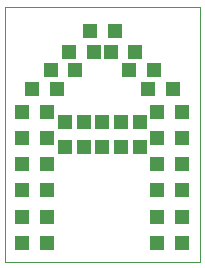
<source format=gtp>
G75*
%MOIN*%
%OFA0B0*%
%FSLAX24Y24*%
%IPPOS*%
%LPD*%
%AMOC8*
5,1,8,0,0,1.08239X$1,22.5*
%
%ADD10C,0.0000*%
%ADD11R,0.0472X0.0472*%
D10*
X002392Y002517D02*
X002392Y011017D01*
X008892Y011017D01*
X008892Y002517D01*
X002392Y002517D01*
D11*
X002978Y003142D03*
X003805Y003142D03*
X003805Y004017D03*
X002978Y004017D03*
X002978Y004892D03*
X003805Y004892D03*
X003805Y005767D03*
X004392Y006353D03*
X005017Y006353D03*
X005642Y006353D03*
X006267Y006353D03*
X006892Y006353D03*
X007478Y006642D03*
X006892Y007180D03*
X007478Y007517D03*
X007166Y008267D03*
X007368Y008892D03*
X007993Y008267D03*
X008305Y007517D03*
X008305Y006642D03*
X008305Y005767D03*
X008305Y004892D03*
X007478Y004892D03*
X007478Y005767D03*
X006267Y007180D03*
X005642Y007180D03*
X005017Y007180D03*
X004392Y007180D03*
X003805Y007517D03*
X004118Y008267D03*
X003916Y008892D03*
X004541Y009517D03*
X004743Y008892D03*
X005368Y009517D03*
X005916Y009517D03*
X006055Y010204D03*
X005228Y010204D03*
X006541Y008892D03*
X006743Y009517D03*
X003805Y006642D03*
X002978Y006642D03*
X002978Y007517D03*
X003291Y008267D03*
X002978Y005767D03*
X007478Y004017D03*
X007478Y003142D03*
X008305Y003142D03*
X008305Y004017D03*
M02*

</source>
